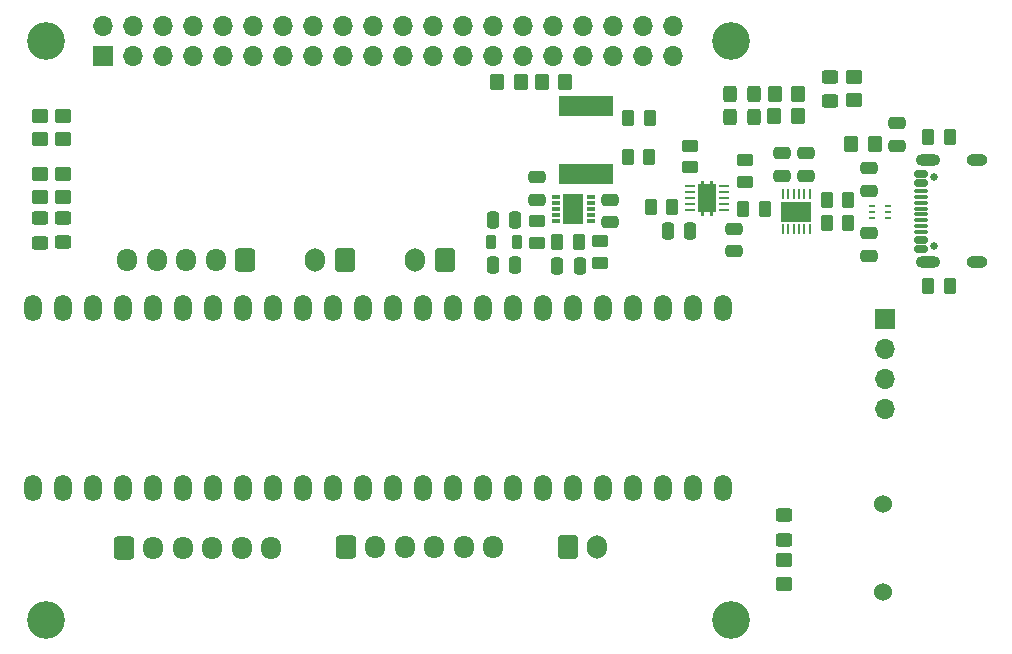
<source format=gbr>
%TF.GenerationSoftware,KiCad,Pcbnew,8.0.8*%
%TF.CreationDate,2025-03-09T10:32:03-07:00*%
%TF.ProjectId,live-video-multi-function-board,6c697665-2d76-4696-9465-6f2d6d756c74,rev?*%
%TF.SameCoordinates,Original*%
%TF.FileFunction,Soldermask,Top*%
%TF.FilePolarity,Negative*%
%FSLAX46Y46*%
G04 Gerber Fmt 4.6, Leading zero omitted, Abs format (unit mm)*
G04 Created by KiCad (PCBNEW 8.0.8) date 2025-03-09 10:32:03*
%MOMM*%
%LPD*%
G01*
G04 APERTURE LIST*
G04 Aperture macros list*
%AMRoundRect*
0 Rectangle with rounded corners*
0 $1 Rounding radius*
0 $2 $3 $4 $5 $6 $7 $8 $9 X,Y pos of 4 corners*
0 Add a 4 corners polygon primitive as box body*
4,1,4,$2,$3,$4,$5,$6,$7,$8,$9,$2,$3,0*
0 Add four circle primitives for the rounded corners*
1,1,$1+$1,$2,$3*
1,1,$1+$1,$4,$5*
1,1,$1+$1,$6,$7*
1,1,$1+$1,$8,$9*
0 Add four rect primitives between the rounded corners*
20,1,$1+$1,$2,$3,$4,$5,0*
20,1,$1+$1,$4,$5,$6,$7,0*
20,1,$1+$1,$6,$7,$8,$9,0*
20,1,$1+$1,$8,$9,$2,$3,0*%
G04 Aperture macros list end*
%ADD10C,0.000000*%
%ADD11RoundRect,0.050000X-0.050000X0.350000X-0.050000X-0.350000X0.050000X-0.350000X0.050000X0.350000X0*%
%ADD12R,2.500000X1.700000*%
%ADD13RoundRect,0.250000X-0.350000X-0.450000X0.350000X-0.450000X0.350000X0.450000X-0.350000X0.450000X0*%
%ADD14RoundRect,0.250000X0.262500X0.450000X-0.262500X0.450000X-0.262500X-0.450000X0.262500X-0.450000X0*%
%ADD15RoundRect,0.250000X-0.600000X-0.750000X0.600000X-0.750000X0.600000X0.750000X-0.600000X0.750000X0*%
%ADD16O,1.700000X2.000000*%
%ADD17RoundRect,0.250000X0.600000X0.750000X-0.600000X0.750000X-0.600000X-0.750000X0.600000X-0.750000X0*%
%ADD18RoundRect,0.250000X-0.600000X-0.725000X0.600000X-0.725000X0.600000X0.725000X-0.600000X0.725000X0*%
%ADD19O,1.700000X1.950000*%
%ADD20RoundRect,0.250000X-0.450000X0.350000X-0.450000X-0.350000X0.450000X-0.350000X0.450000X0.350000X0*%
%ADD21RoundRect,0.250000X0.325000X0.450000X-0.325000X0.450000X-0.325000X-0.450000X0.325000X-0.450000X0*%
%ADD22RoundRect,0.250000X-0.262500X-0.450000X0.262500X-0.450000X0.262500X0.450000X-0.262500X0.450000X0*%
%ADD23RoundRect,0.250000X0.350000X0.450000X-0.350000X0.450000X-0.350000X-0.450000X0.350000X-0.450000X0*%
%ADD24RoundRect,0.250000X0.450000X-0.350000X0.450000X0.350000X-0.450000X0.350000X-0.450000X-0.350000X0*%
%ADD25RoundRect,0.250000X-0.450000X0.325000X-0.450000X-0.325000X0.450000X-0.325000X0.450000X0.325000X0*%
%ADD26RoundRect,0.250000X0.475000X-0.250000X0.475000X0.250000X-0.475000X0.250000X-0.475000X-0.250000X0*%
%ADD27RoundRect,0.250000X0.600000X0.725000X-0.600000X0.725000X-0.600000X-0.725000X0.600000X-0.725000X0*%
%ADD28C,0.650000*%
%ADD29RoundRect,0.150000X0.425000X-0.150000X0.425000X0.150000X-0.425000X0.150000X-0.425000X-0.150000X0*%
%ADD30RoundRect,0.075000X0.500000X-0.075000X0.500000X0.075000X-0.500000X0.075000X-0.500000X-0.075000X0*%
%ADD31O,2.100000X1.000000*%
%ADD32O,1.800000X1.000000*%
%ADD33C,3.200000*%
%ADD34R,0.812800X0.254000*%
%ADD35R,1.650000X2.400000*%
%ADD36R,1.700000X1.700000*%
%ADD37O,1.700000X1.700000*%
%ADD38RoundRect,0.250000X0.250000X0.475000X-0.250000X0.475000X-0.250000X-0.475000X0.250000X-0.475000X0*%
%ADD39RoundRect,0.076750X0.230250X-0.810250X0.230250X0.810250X-0.230250X0.810250X-0.230250X-0.810250X0*%
%ADD40RoundRect,0.250000X-0.475000X0.250000X-0.475000X-0.250000X0.475000X-0.250000X0.475000X0.250000X0*%
%ADD41R,0.584200X0.279400*%
%ADD42RoundRect,0.250000X0.450000X-0.262500X0.450000X0.262500X-0.450000X0.262500X-0.450000X-0.262500X0*%
%ADD43R,0.800000X0.300000*%
%ADD44R,1.750000X2.500000*%
%ADD45C,1.524000*%
%ADD46RoundRect,0.250000X-0.450000X0.262500X-0.450000X-0.262500X0.450000X-0.262500X0.450000X0.262500X0*%
%ADD47RoundRect,0.250000X-0.250000X-0.475000X0.250000X-0.475000X0.250000X0.475000X-0.250000X0.475000X0*%
%ADD48RoundRect,0.250000X0.450000X-0.325000X0.450000X0.325000X-0.450000X0.325000X-0.450000X-0.325000X0*%
%ADD49O,1.500000X2.250000*%
%ADD50RoundRect,0.218750X0.218750X0.381250X-0.218750X0.381250X-0.218750X-0.381250X0.218750X-0.381250X0*%
G04 APERTURE END LIST*
D10*
%TO.C,U2*%
G36*
X164042737Y-83644748D02*
G01*
X163792737Y-83644748D01*
X163792737Y-83344748D01*
X164042737Y-83344748D01*
X164042737Y-83644748D01*
G37*
G36*
X164042737Y-83644748D02*
G01*
X163792737Y-83644748D01*
X163792737Y-83344748D01*
X164042737Y-83344748D01*
X164042737Y-83644748D01*
G37*
G36*
X164042737Y-86344748D02*
G01*
X163792737Y-86344748D01*
X163792737Y-86044748D01*
X164042737Y-86044748D01*
X164042737Y-86344748D01*
G37*
G36*
X164042737Y-86344748D02*
G01*
X163792737Y-86344748D01*
X163792737Y-86044748D01*
X164042737Y-86044748D01*
X164042737Y-86344748D01*
G37*
G36*
X164792863Y-83644748D02*
G01*
X164542863Y-83644748D01*
X164542863Y-83344748D01*
X164792863Y-83344748D01*
X164792863Y-83644748D01*
G37*
G36*
X164792863Y-83644748D02*
G01*
X164542863Y-83644748D01*
X164542863Y-83344748D01*
X164792863Y-83344748D01*
X164792863Y-83644748D01*
G37*
G36*
X164792863Y-86344748D02*
G01*
X164542863Y-86344748D01*
X164542863Y-86044748D01*
X164792863Y-86044748D01*
X164792863Y-86344748D01*
G37*
G36*
X164792863Y-86344748D02*
G01*
X164542863Y-86344748D01*
X164542863Y-86044748D01*
X164792863Y-86044748D01*
X164792863Y-86344748D01*
G37*
%TD*%
D11*
%TO.C,U4*%
X172995000Y-84520000D03*
X172545000Y-84520000D03*
X172095000Y-84520000D03*
X171645000Y-84520000D03*
X171195000Y-84520000D03*
X170745000Y-84520000D03*
X170745000Y-87420000D03*
X171195000Y-87420000D03*
X171645000Y-87420000D03*
X172095000Y-87420000D03*
X172545000Y-87420000D03*
X172995000Y-87420000D03*
D12*
X171870000Y-85970000D03*
%TD*%
D13*
%TO.C,R19*%
X170030000Y-76005000D03*
X172030000Y-76005000D03*
%TD*%
%TO.C,FB1*%
X176500000Y-80210000D03*
X178500000Y-80210000D03*
%TD*%
D14*
%TO.C,R18*%
X159437500Y-78015000D03*
X157612500Y-78015000D03*
%TD*%
D15*
%TO.C,J8*%
X152500000Y-114400000D03*
D16*
X155000000Y-114400000D03*
%TD*%
D17*
%TO.C,J4*%
X142100000Y-90060000D03*
D16*
X139600000Y-90060000D03*
%TD*%
D18*
%TO.C,J9*%
X114900000Y-114425000D03*
D19*
X117400000Y-114425000D03*
X119900000Y-114425000D03*
X122400000Y-114425000D03*
X124900000Y-114425000D03*
X127400000Y-114425000D03*
%TD*%
D20*
%TO.C,R5*%
X176750000Y-74560000D03*
X176750000Y-76560000D03*
%TD*%
D21*
%TO.C,BSTAT2*%
X168300000Y-76010000D03*
X166250000Y-76010000D03*
%TD*%
D22*
%TO.C,R9*%
X183025000Y-92260000D03*
X184850000Y-92260000D03*
%TD*%
D23*
%TO.C,R22*%
X152300000Y-74960000D03*
X150300000Y-74960000D03*
%TD*%
D24*
%TO.C,R6*%
X109750000Y-79860000D03*
X109750000Y-77860000D03*
%TD*%
D25*
%TO.C,VBus1*%
X174725000Y-74562500D03*
X174725000Y-76612500D03*
%TD*%
D26*
%TO.C,C8*%
X178000000Y-89710000D03*
X178000000Y-87810000D03*
%TD*%
D27*
%TO.C,J1*%
X125200000Y-90060000D03*
D19*
X122700000Y-90060000D03*
X120200000Y-90060000D03*
X117700000Y-90060000D03*
X115200000Y-90060000D03*
%TD*%
D14*
%TO.C,R7*%
X169170000Y-85720000D03*
X167345000Y-85720000D03*
%TD*%
D22*
%TO.C,R13*%
X174420000Y-85010000D03*
X176245000Y-85010000D03*
%TD*%
D28*
%TO.C,J10*%
X183500000Y-88850000D03*
X183500000Y-83070000D03*
D29*
X182425000Y-89160000D03*
X182425000Y-88360000D03*
D30*
X182425000Y-87210000D03*
X182425000Y-86210000D03*
X182425000Y-85710000D03*
X182425000Y-84710000D03*
D29*
X182425000Y-83560000D03*
X182425000Y-82760000D03*
X182425000Y-82760000D03*
X182425000Y-83560000D03*
D30*
X182425000Y-84210000D03*
X182425000Y-85210000D03*
X182425000Y-86710000D03*
X182425000Y-87710000D03*
D29*
X182425000Y-88360000D03*
X182425000Y-89160000D03*
D31*
X183000000Y-90280000D03*
D32*
X187180000Y-90280000D03*
D31*
X183000000Y-81640000D03*
D32*
X187180000Y-81640000D03*
%TD*%
D26*
%TO.C,C4*%
X149875000Y-84965000D03*
X149875000Y-83065000D03*
%TD*%
D20*
%TO.C,R4*%
X107800000Y-77860000D03*
X107800000Y-79860000D03*
%TD*%
D23*
%TO.C,R23*%
X148550000Y-74960000D03*
X146550000Y-74960000D03*
%TD*%
D13*
%TO.C,R20*%
X170000000Y-77910000D03*
X172000000Y-77910000D03*
%TD*%
D33*
%TO.C,H3*%
X108300000Y-120510000D03*
%TD*%
D24*
%TO.C,R16*%
X107800000Y-84760000D03*
X107800000Y-82760000D03*
%TD*%
D20*
%TO.C,R21*%
X170850000Y-115460000D03*
X170850000Y-117460000D03*
%TD*%
D34*
%TO.C,U2*%
X165740600Y-85845000D03*
X165740600Y-85344874D03*
X165740600Y-84844748D03*
X165740600Y-84344622D03*
X165740600Y-83844496D03*
X162845000Y-83844496D03*
X162845000Y-84344622D03*
X162845000Y-84844748D03*
X162845000Y-85344874D03*
X162845000Y-85845000D03*
D35*
X164292800Y-84844748D03*
%TD*%
D36*
%TO.C,J6*%
X179350000Y-95040000D03*
D37*
X179350000Y-97580000D03*
X179350000Y-100120000D03*
X179350000Y-102660000D03*
%TD*%
D24*
%TO.C,R15*%
X109750000Y-84760000D03*
X109750000Y-82760000D03*
%TD*%
D33*
%TO.C,H4*%
X166300000Y-120510000D03*
%TD*%
D25*
%TO.C,3V3*%
X109800000Y-86535000D03*
X109800000Y-88585000D03*
%TD*%
D38*
%TO.C,C3*%
X148075000Y-86665000D03*
X146175000Y-86665000D03*
%TD*%
D39*
%TO.C,U5*%
X152075000Y-82755000D03*
X152725000Y-82755000D03*
X153375000Y-82755000D03*
X154025000Y-82755000D03*
X154675000Y-82755000D03*
X155325000Y-82755000D03*
X155975000Y-82755000D03*
X155975000Y-77015000D03*
X155325000Y-77015000D03*
X154675000Y-77015000D03*
X154025000Y-77015000D03*
X153375000Y-77015000D03*
X152725000Y-77015000D03*
X152075000Y-77015000D03*
%TD*%
D40*
%TO.C,C7*%
X170645000Y-81020000D03*
X170645000Y-82920000D03*
%TD*%
D41*
%TO.C,U3*%
X179600000Y-86510000D03*
X179600000Y-86010001D03*
X179600000Y-85510002D03*
X178279200Y-85510002D03*
X178279200Y-86010001D03*
X178279200Y-86510000D03*
%TD*%
D33*
%TO.C,H2*%
X166300000Y-71510000D03*
%TD*%
%TO.C,H1*%
X108300000Y-71510000D03*
%TD*%
D14*
%TO.C,R14*%
X161357500Y-85610000D03*
X159532500Y-85610000D03*
%TD*%
D42*
%TO.C,R1*%
X155275000Y-90290000D03*
X155275000Y-88465000D03*
%TD*%
D17*
%TO.C,J7*%
X133650000Y-90060000D03*
D16*
X131150000Y-90060000D03*
%TD*%
D43*
%TO.C,U1*%
X151475000Y-84765000D03*
X151475000Y-85265000D03*
X151475000Y-85765000D03*
X151475000Y-86265000D03*
X151475000Y-86765000D03*
X154475000Y-86765000D03*
X154475000Y-86265000D03*
X154475000Y-85765000D03*
X154475000Y-85265000D03*
X154475000Y-84765000D03*
D44*
X152975000Y-85765000D03*
%TD*%
D45*
%TO.C,BZ1*%
X179200000Y-110710000D03*
X179200000Y-118210000D03*
%TD*%
D46*
%TO.C,R3*%
X149875000Y-86765000D03*
X149875000Y-88590000D03*
%TD*%
D47*
%TO.C,C2*%
X146175000Y-90465000D03*
X148075000Y-90465000D03*
%TD*%
D25*
%TO.C,5V0*%
X107815000Y-86540000D03*
X107815000Y-88590000D03*
%TD*%
D47*
%TO.C,C11*%
X160995000Y-87620000D03*
X162895000Y-87620000D03*
%TD*%
D22*
%TO.C,R10*%
X183025000Y-79660000D03*
X184850000Y-79660000D03*
%TD*%
D40*
%TO.C,C10*%
X172645000Y-81020000D03*
X172645000Y-82920000D03*
%TD*%
D18*
%TO.C,J3*%
X133700000Y-114400000D03*
D19*
X136200000Y-114400000D03*
X138700000Y-114400000D03*
X141200000Y-114400000D03*
X143700000Y-114400000D03*
X146200000Y-114400000D03*
%TD*%
D14*
%TO.C,R17*%
X159425000Y-81365000D03*
X157600000Y-81365000D03*
%TD*%
D40*
%TO.C,C6*%
X180350000Y-78510000D03*
X180350000Y-80410000D03*
%TD*%
D48*
%TO.C,STAT1*%
X170845000Y-113740000D03*
X170845000Y-111690000D03*
%TD*%
D49*
%TO.C,Teensy4.1*%
X109770000Y-109400000D03*
X112310000Y-109400000D03*
X114850000Y-109400000D03*
X117390000Y-109400000D03*
X142790000Y-109400000D03*
X112310000Y-94160000D03*
X119930000Y-109400000D03*
X122470000Y-109400000D03*
X107230000Y-94160000D03*
X125010000Y-109400000D03*
X127550000Y-109400000D03*
X130090000Y-109400000D03*
X132630000Y-109400000D03*
X135170000Y-109400000D03*
X137710000Y-109400000D03*
X140250000Y-109400000D03*
X140250000Y-94160000D03*
X137710000Y-94160000D03*
X135170000Y-94160000D03*
X132630000Y-94160000D03*
X130090000Y-94160000D03*
X127550000Y-94160000D03*
X125010000Y-94160000D03*
X122470000Y-94160000D03*
X119930000Y-94160000D03*
X117390000Y-94160000D03*
X114850000Y-94160000D03*
X145330000Y-109400000D03*
X147870000Y-109400000D03*
X150410000Y-109400000D03*
X152950000Y-109400000D03*
X155490000Y-109400000D03*
X158030000Y-109400000D03*
X160570000Y-109400000D03*
X163110000Y-109400000D03*
X165650000Y-109400000D03*
X165650000Y-94160000D03*
X163110000Y-94160000D03*
X160570000Y-94160000D03*
X158030000Y-94160000D03*
X155490000Y-94160000D03*
X152950000Y-94160000D03*
X150410000Y-94160000D03*
X147870000Y-94160000D03*
X145330000Y-94160000D03*
X107230000Y-109400000D03*
X109770000Y-94160000D03*
X142790000Y-94160000D03*
%TD*%
D38*
%TO.C,C1*%
X153525000Y-90565000D03*
X151625000Y-90565000D03*
%TD*%
D22*
%TO.C,R12*%
X174420000Y-86910000D03*
X176245000Y-86910000D03*
%TD*%
D26*
%TO.C,C5*%
X166545000Y-89345000D03*
X166545000Y-87445000D03*
%TD*%
D42*
%TO.C,R8*%
X167545000Y-83432500D03*
X167545000Y-81607500D03*
%TD*%
D21*
%TO.C,BSTAT1*%
X168270000Y-77975000D03*
X166220000Y-77975000D03*
%TD*%
D42*
%TO.C,R11*%
X162845000Y-82232500D03*
X162845000Y-80407500D03*
%TD*%
D50*
%TO.C,L1*%
X148175000Y-88565000D03*
X146050000Y-88565000D03*
%TD*%
D40*
%TO.C,C9*%
X178000000Y-82310000D03*
X178000000Y-84210000D03*
%TD*%
D14*
%TO.C,R2*%
X153425000Y-88565000D03*
X151600000Y-88565000D03*
%TD*%
D40*
%TO.C,CIN1*%
X156075000Y-84965000D03*
X156075000Y-86865000D03*
%TD*%
D36*
%TO.C,J2*%
X113200000Y-72780000D03*
D37*
X113200000Y-70240000D03*
X115740000Y-72780000D03*
X115740000Y-70240000D03*
X118280000Y-72780000D03*
X118280000Y-70240000D03*
X120820000Y-72780000D03*
X120820000Y-70240000D03*
X123360000Y-72780000D03*
X123360000Y-70240000D03*
X125900000Y-72780000D03*
X125900000Y-70240000D03*
X128440000Y-72780000D03*
X128440000Y-70240000D03*
X130980000Y-72780000D03*
X130980000Y-70240000D03*
X133520000Y-72780000D03*
X133520000Y-70240000D03*
X136060000Y-72780000D03*
X136060000Y-70240000D03*
X138600000Y-72780000D03*
X138600000Y-70240000D03*
X141140000Y-72780000D03*
X141140000Y-70240000D03*
X143680000Y-72780000D03*
X143680000Y-70240000D03*
X146220000Y-72780000D03*
X146220000Y-70240000D03*
X148760000Y-72780000D03*
X148760000Y-70240000D03*
X151300000Y-72780000D03*
X151300000Y-70240000D03*
X153840000Y-72780000D03*
X153840000Y-70240000D03*
X156380000Y-72780000D03*
X156380000Y-70240000D03*
X158920000Y-72780000D03*
X158920000Y-70240000D03*
X161460000Y-72780000D03*
X161460000Y-70240000D03*
%TD*%
M02*

</source>
